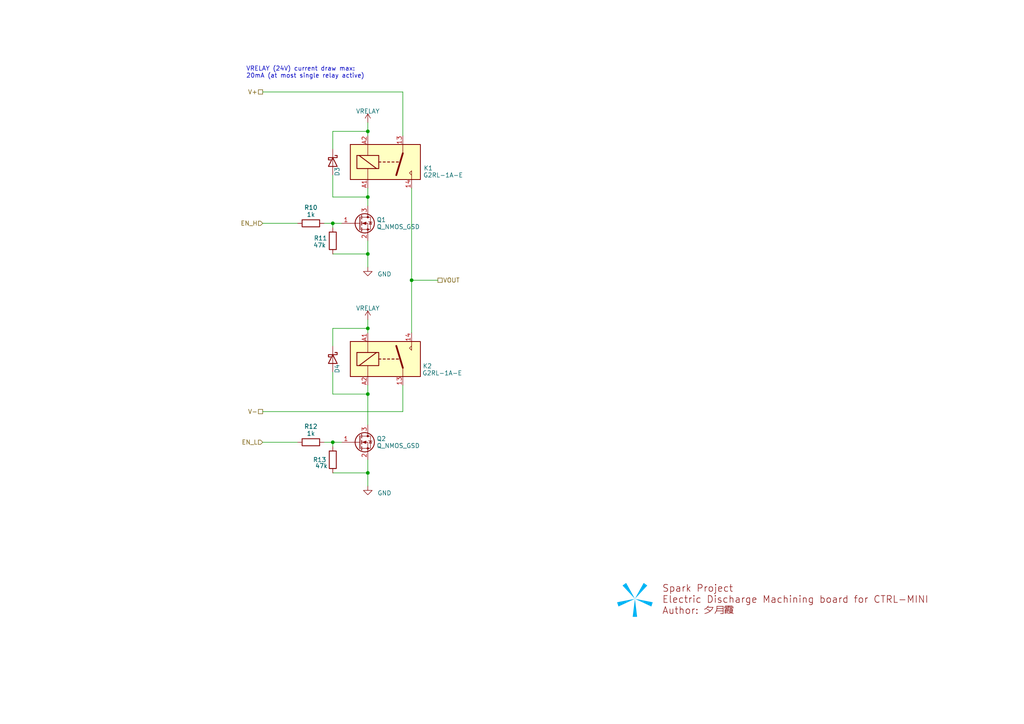
<source format=kicad_sch>
(kicad_sch (version 20231120) (generator "eeschema") (generator_version "8.0")
  (paper "A4")
  (lib_symbols
    (symbol "Device:D_Schottky" (pin_numbers hide) (pin_names (offset 1.016) hide)
      (property "Reference" "D" (at 0 2.54 0))
      (property "Value" "D_Schottky" (at 0 -2.54 0))
      (symbol "D_Schottky_0_1"
        (polyline (pts (xy 1.27 0) (xy -1.27 0)))
        (polyline (pts (xy 1.27 1.27) (xy 1.27 -1.27) (xy -1.27 0) (xy 1.27 1.27)) (stroke (width 0.254)))
        (polyline (pts (xy -1.905 0.635) (xy -1.905 1.27) (xy -1.27 1.27) (xy -1.27 -1.27) (xy -0.635 -1.27) (xy -0.635 -0.635)) (stroke (width 0.254)))
      )
      (symbol "D_Schottky_1_1"
        (pin passive line (at -3.81 0 0) (length 2.54) (name "K") (number "1"))
        (pin passive line (at 3.81 0 180) (length 2.54) (name "A") (number "2"))
      )
    )
    (symbol "Device:Q_NMOS_GSD" (pin_names (offset 0) hide)
      (property "Reference" "Q" (at 5.08 1.27 0))
      (property "Value" "Q_NMOS_GSD" (at 5.08 -1.27 0))
      (symbol "Q_NMOS_GSD_0_1"
        (polyline (pts (xy 0.254 0) (xy -2.54 0)))
        (polyline (pts (xy 0.254 1.905) (xy 0.254 -1.905)) (stroke (width 0.254)))
        (polyline (pts (xy 0.762 -1.27) (xy 0.762 -2.286)) (stroke (width 0.254)))
        (polyline (pts (xy 0.762 0.508) (xy 0.762 -0.508)) (stroke (width 0.254)))
        (polyline (pts (xy 0.762 2.286) (xy 0.762 1.27)) (stroke (width 0.254)))
        (polyline (pts (xy 2.54 2.54) (xy 2.54 1.778)))
        (polyline (pts (xy 2.54 -2.54) (xy 2.54 0) (xy 0.762 0)))
        (polyline (pts (xy 0.762 -1.778) (xy 3.302 -1.778) (xy 3.302 1.778) (xy 0.762 1.778)))
        (polyline (pts (xy 1.016 0) (xy 2.032 0.381) (xy 2.032 -0.381) (xy 1.016 0)) (fill (type outline)))
        (polyline (pts (xy 2.794 0.508) (xy 2.921 0.381) (xy 3.683 0.381) (xy 3.81 0.254)))
        (polyline (pts (xy 3.302 0.381) (xy 2.921 -0.254) (xy 3.683 -0.254) (xy 3.302 0.381)))
        (circle (center 1.651 0) (radius 2.794) (stroke (width 0.254)))
        (circle (center 2.54 -1.778) (radius 0.254) (fill (type outline)))
        (circle (center 2.54 1.778) (radius 0.254) (fill (type outline)))
      )
      (symbol "Q_NMOS_GSD_1_1"
        (pin input line (at -5.08 0 0) (length 2.54) (name "G") (number "1"))
        (pin passive line (at 2.54 -5.08 90) (length 2.54) (name "S") (number "2"))
        (pin passive line (at 2.54 5.08 270) (length 2.54) (name "D") (number "3"))
      )
    )
    (symbol "Device:R" (pin_numbers hide) (pin_names (offset 0))
      (property "Reference" "R" (at 2.032 0 90))
      (property "Value" "R" (at 0 0 90))
      (symbol "R_0_1"
        (rectangle (start -1.016 -2.54) (end 1.016 2.54) (stroke (width 0.254)))
      )
      (symbol "R_1_1"
        (pin passive line (at 0 3.81 270) (length 1.27) (name "~") (number "1"))
        (pin passive line (at 0 -3.81 90) (length 1.27) (name "~") (number "2"))
      )
    )
    (symbol "Relay:G2RL-1A-E"
      (property "Reference" "K" (at 11.43 3.81 0))
      (property "Value" "G2RL-1A-E" (at 11.43 1.27 0))
      (symbol "G2RL-1A-E_0_0"
        (polyline (pts (xy 7.62 5.08) (xy 7.62 2.54) (xy 6.985 3.175) (xy 7.62 3.81)))
      )
      (symbol "G2RL-1A-E_0_1"
        (rectangle (start -10.16 5.08) (end 10.16 -5.08) (stroke (width 0.254)) (fill (type background)))
        (rectangle (start -8.255 1.905) (end -1.905 -1.905) (stroke (width 0.254)))
        (polyline (pts (xy -7.62 -1.905) (xy -2.54 1.905)) (stroke (width 0.254)))
        (polyline (pts (xy -5.08 -5.08) (xy -5.08 -1.905)))
        (polyline (pts (xy -5.08 5.08) (xy -5.08 1.905)))
        (polyline (pts (xy -1.905 0) (xy -1.27 0)) (stroke (width 0.254)))
        (polyline (pts (xy -0.635 0) (xy 0 0)) (stroke (width 0.254)))
        (polyline (pts (xy 0.635 0) (xy 1.27 0)) (stroke (width 0.254)))
        (polyline (pts (xy 1.905 0) (xy 2.54 0)) (stroke (width 0.254)))
        (polyline (pts (xy 3.175 0) (xy 3.81 0)) (stroke (width 0.254)))
        (polyline (pts (xy 5.08 -2.54) (xy 3.175 3.81)) (stroke (width 0.508)))
        (polyline (pts (xy 5.08 -2.54) (xy 5.08 -5.08)))
      )
      (symbol "G2RL-1A-E_1_1"
        (pin passive line (at 5.08 -7.62 90) (length 2.54) (name "~") (number "13"))
        (pin passive line (at 7.62 7.62 270) (length 2.54) (name "~") (number "14"))
        (pin passive line (at -5.08 7.62 270) (length 2.54) (name "~") (number "A1"))
        (pin passive line (at -5.08 -7.62 90) (length 2.54) (name "~") (number "A2"))
      )
    )
    (symbol "power:GND" (power) (pin_numbers hide) (pin_names (offset 0) hide)
      (property "Value" "GND" (at 0 -3.81 0))
      (symbol "GND_0_1"
        (polyline (pts (xy 0 0) (xy 0 -1.27) (xy 1.27 -1.27) (xy 0 -2.54) (xy -1.27 -1.27) (xy 0 -1.27)))
      )
      (symbol "GND_1_1"
        (pin power_in line (at 0 0 270) (length 0) (name "~") (number "1"))
      )
    )
    (symbol "power:VDD" (power) (pin_numbers hide) (pin_names (offset 0) hide)
      (property "Value" "VDD" (at 0 3.556 0))
      (symbol "VDD_0_1"
        (polyline (pts (xy -0.762 1.27) (xy 0 2.54)))
        (polyline (pts (xy 0 0) (xy 0 2.54)))
        (polyline (pts (xy 0 2.54) (xy 0.762 1.27)))
      )
      (symbol "VDD_1_1"
        (pin power_in line (at 0 0 90) (length 0) (name "~") (number "1"))
      )
    )
  )
  (junction (at 106.68 114.3))
  (junction (at 106.68 95.25))
  (junction (at 106.68 57.15))
  (junction (at 106.68 73.66))
  (junction (at 96.52 128.27))
  (junction (at 106.68 38.1))
  (junction (at 96.52 64.77))
  (junction (at 106.68 137.16))
  (junction (at 119.38 81.28))
  (wire (pts (xy 76.2 26.67) (xy 116.84 26.67)))
  (wire (pts (xy 106.68 95.25) (xy 106.68 96.52)))
  (wire (pts (xy 106.68 73.66) (xy 106.68 69.85)))
  (wire (pts (xy 96.52 57.15) (xy 106.68 57.15)))
  (wire (pts (xy 96.52 50.8) (xy 96.52 57.15)))
  (wire (pts (xy 119.38 81.28) (xy 127 81.28)))
  (wire (pts (xy 96.52 128.27) (xy 99.06 128.27)))
  (wire (pts (xy 76.2 128.27) (xy 86.36 128.27)))
  (wire (pts (xy 106.68 111.76) (xy 106.68 114.3)))
  (wire (pts (xy 93.98 64.77) (xy 96.52 64.77)))
  (wire (pts (xy 96.52 100.33) (xy 96.52 95.25)))
  (wire (pts (xy 119.38 54.61) (xy 119.38 81.28)))
  (wire (pts (xy 106.68 137.16) (xy 106.68 140.97)))
  (wire (pts (xy 96.52 137.16) (xy 106.68 137.16)))
  (wire (pts (xy 96.52 128.27) (xy 96.52 129.54)))
  (wire (pts (xy 76.2 64.77) (xy 86.36 64.77)))
  (wire (pts (xy 119.38 81.28) (xy 119.38 96.52)))
  (wire (pts (xy 106.68 137.16) (xy 106.68 133.35)))
  (wire (pts (xy 96.52 38.1) (xy 106.68 38.1)))
  (wire (pts (xy 106.68 35.56) (xy 106.68 38.1)))
  (wire (pts (xy 106.68 114.3) (xy 106.68 123.19)))
  (wire (pts (xy 93.98 128.27) (xy 96.52 128.27)))
  (wire (pts (xy 96.52 43.18) (xy 96.52 38.1)))
  (wire (pts (xy 106.68 57.15) (xy 106.68 59.69)))
  (wire (pts (xy 106.68 73.66) (xy 106.68 77.47)))
  (wire (pts (xy 96.52 64.77) (xy 96.52 66.04)))
  (wire (pts (xy 96.52 114.3) (xy 106.68 114.3)))
  (wire (pts (xy 96.52 107.95) (xy 96.52 114.3)))
  (wire (pts (xy 116.84 26.67) (xy 116.84 39.37)))
  (wire (pts (xy 106.68 54.61) (xy 106.68 57.15)))
  (wire (pts (xy 96.52 64.77) (xy 99.06 64.77)))
  (wire (pts (xy 116.84 111.76) (xy 116.84 119.38)))
  (wire (pts (xy 96.52 73.66) (xy 106.68 73.66)))
  (wire (pts (xy 106.68 38.1) (xy 106.68 39.37)))
  (wire (pts (xy 76.2 119.38) (xy 116.84 119.38)))
  (wire (pts (xy 96.52 95.25) (xy 106.68 95.25)))
  (wire (pts (xy 106.68 92.71) (xy 106.68 95.25)))
  (image (at 184.15 173.99))
  (text "VRELAY (24V) current draw max:\n20mA (at most single relay active)" (at 71.374 21.082 0) (effects (font (size 1.27 1.27)) (justify left)))
  (text "Spark Project\nElectric Discharge Machining board for CTRL-MINI\nAuthor: 夕月霞" (exclude_from_sim yes) (at 192.024 169.672 0) (effects (font (size 2 2)) (justify left top)))
  (hierarchical_label "V-" (shape passive) (at 76.2 119.38 180))
  (hierarchical_label "VOUT" (shape passive) (at 127 81.28 0))
  (hierarchical_label "EN_L" (shape input) (at 76.2 128.27 180))
  (hierarchical_label "EN_H" (shape input) (at 76.2 64.77 180))
  (hierarchical_label "V+" (shape passive) (at 76.2 26.67 180))
  (symbol (lib_id "Device:R") (at 96.52 133.35 180) (unit 1)
    (property "Reference" "R13" (at 92.71 133.35 0))
    (property "Value" "47k" (at 93.218 135.128 0))
    (property "Footprint" "Resistor_SMD:R_0603_1608Metric" (effects (hide yes)))
    (property "Description" "Resistor" (effects (hide yes)))
    (property "LCSC" "C25819" (effects (hide yes)))
    (instances (project "CTRL-MINI-ED" (path "" (reference "R13") (unit 1)) (path "" (reference "R17") (unit 1)) (path "" (reference "R21") (unit 1))))
  )
  (symbol (lib_id "Device:D_Schottky") (at 96.52 104.14 270) (unit 1)
    (property "Reference" "D4" (at 97.79 106.934 0))
    (property "Value" "D_Schottky" (effects (hide yes)))
    (property "Footprint" "Diode_SMD:D_SOD-323" (effects (hide yes)))
    (property "Description" "Schottky diode" (effects (hide yes)))
    (property "LCSC" "C191023" (effects (hide yes)))
    (instances (project "CTRL-MINI-ED" (path "" (reference "D4") (unit 1)) (path "" (reference "D6") (unit 1)) (path "" (reference "D8") (unit 1))))
  )
  (symbol (lib_id "Relay:G2RL-1A-E") (at 111.76 104.14 0) (unit 1)
    (property "Reference" "K2" (at 123.952 106.172 0))
    (property "Value" "G2RL-1A-E" (at 128.27 108.204 0))
    (property "Footprint" "Relay_THT:Relay_SPST_Omron_G2RL-1A-E" (effects (hide yes)))
    (property "Datasheet" "https://omronfs.omron.com/en_US/ecb/products/pdf/en-g2rl.pdf" (effects (hide yes)))
    (property "Description" "General Purpose Low Profile Relay SPST Through Hole High Capacity, Omron G2RL series, Normally Open, 16A 250VAC" (effects (hide yes)))
    (property "LCSC" "C231362" (effects (hide yes)))
    (instances (project "CTRL-MINI-ED" (path "" (reference "K2") (unit 1)) (path "" (reference "K4") (unit 1)) (path "" (reference "K6") (unit 1))))
  )
  (symbol (lib_id "power:VDD") (at 106.68 35.56 0) (unit 1)
    (property "Reference" "#PWR019" (effects (hide yes)))
    (property "Value" "VRELAY" (at 106.68 32.258 0))
    (property "Description" "Power symbol creates a global label with name \"VDD\"" (effects (hide yes)))
    (instances (project "CTRL-MINI-ED" (path "" (reference "#PWR019") (unit 1)) (path "" (reference "#PWR023") (unit 1)) (path "" (reference "#PWR027") (unit 1))))
  )
  (symbol (lib_id "Device:R") (at 90.17 128.27 90) (unit 1)
    (property "Reference" "R12" (at 90.17 123.698 90))
    (property "Value" "1k" (at 90.17 125.73 90))
    (property "Footprint" "Resistor_SMD:R_0603_1608Metric" (effects (hide yes)))
    (property "Description" "Resistor" (effects (hide yes)))
    (property "LCSC" "C21190" (effects (hide yes)))
    (instances (project "CTRL-MINI-ED" (path "" (reference "R12") (unit 1)) (path "" (reference "R16") (unit 1)) (path "" (reference "R20") (unit 1))))
  )
  (symbol (lib_id "Relay:G2RL-1A-E") (at 111.76 46.99 0) (mirror x) (unit 1)
    (property "Reference" "K1" (at 124.206 48.768 0))
    (property "Value" "G2RL-1A-E" (at 128.524 50.8 0))
    (property "Footprint" "Relay_THT:Relay_SPST_Omron_G2RL-1A-E" (effects (hide yes)))
    (property "Datasheet" "https://omronfs.omron.com/en_US/ecb/products/pdf/en-g2rl.pdf" (effects (hide yes)))
    (property "Description" "General Purpose Low Profile Relay SPST Through Hole High Capacity, Omron G2RL series, Normally Open, 16A 250VAC" (effects (hide yes)))
    (property "LCSC" "C231362" (effects (hide yes)))
    (instances (project "CTRL-MINI-ED" (path "" (reference "K1") (unit 1)) (path "" (reference "K3") (unit 1)) (path "" (reference "K5") (unit 1))))
  )
  (symbol (lib_id "Device:R") (at 96.52 69.85 180) (unit 1)
    (property "Reference" "R11" (at 92.964 69.088 0))
    (property "Value" "47k" (at 92.71 71.12 0))
    (property "Footprint" "Resistor_SMD:R_0603_1608Metric" (effects (hide yes)))
    (property "Description" "Resistor" (effects (hide yes)))
    (property "LCSC" "C25819" (effects (hide yes)))
    (instances (project "CTRL-MINI-ED" (path "" (reference "R11") (unit 1)) (path "" (reference "R15") (unit 1)) (path "" (reference "R19") (unit 1))))
  )
  (symbol (lib_id "Device:Q_NMOS_GSD") (at 104.14 64.77 0) (unit 1)
    (property "Reference" "Q1" (at 109.22 63.754 0) (effects (justify left)))
    (property "Value" "Q_NMOS_GSD" (at 109.22 65.786 0) (effects (justify left)))
    (property "Footprint" "Package_TO_SOT_SMD:SOT-23" (effects (hide yes)))
    (property "Description" "N-MOSFET transistor, gate/source/drain" (effects (hide yes)))
    (property "LCSC" "C56372" (effects (hide yes)))
    (instances (project "CTRL-MINI-ED" (path "" (reference "Q1") (unit 1)) (path "" (reference "Q3") (unit 1)) (path "" (reference "Q5") (unit 1))))
  )
  (symbol (lib_id "power:GND") (at 106.68 77.47 0) (unit 1)
    (property "Reference" "#PWR020" (effects (hide yes)))
    (property "Value" "GND" (at 111.506 79.502 0))
    (property "Description" "Power symbol creates a global label with name \"GND\" , ground" (effects (hide yes)))
    (instances (project "CTRL-MINI-ED" (path "" (reference "#PWR020") (unit 1)) (path "" (reference "#PWR024") (unit 1)) (path "" (reference "#PWR028") (unit 1))))
  )
  (symbol (lib_id "power:VDD") (at 106.68 92.71 0) (unit 1)
    (property "Reference" "#PWR021" (effects (hide yes)))
    (property "Value" "VRELAY" (at 106.68 89.408 0))
    (property "Description" "Power symbol creates a global label with name \"VDD\"" (effects (hide yes)))
    (instances (project "CTRL-MINI-ED" (path "" (reference "#PWR021") (unit 1)) (path "" (reference "#PWR025") (unit 1)) (path "" (reference "#PWR029") (unit 1))))
  )
  (symbol (lib_id "Device:Q_NMOS_GSD") (at 104.14 128.27 0) (unit 1)
    (property "Reference" "Q2" (at 109.22 127.254 0) (effects (justify left)))
    (property "Value" "Q_NMOS_GSD" (at 109.22 129.286 0) (effects (justify left)))
    (property "Footprint" "Package_TO_SOT_SMD:SOT-23" (effects (hide yes)))
    (property "Description" "N-MOSFET transistor, gate/source/drain" (effects (hide yes)))
    (property "LCSC" "C56372" (effects (hide yes)))
    (instances (project "CTRL-MINI-ED" (path "" (reference "Q2") (unit 1)) (path "" (reference "Q4") (unit 1)) (path "" (reference "Q6") (unit 1))))
  )
  (symbol (lib_id "power:GND") (at 106.68 140.97 0) (unit 1)
    (property "Reference" "#PWR022" (effects (hide yes)))
    (property "Value" "GND" (at 111.506 143.002 0))
    (property "Description" "Power symbol creates a global label with name \"GND\" , ground" (effects (hide yes)))
    (instances (project "CTRL-MINI-ED" (path "" (reference "#PWR022") (unit 1)) (path "" (reference "#PWR026") (unit 1)) (path "" (reference "#PWR030") (unit 1))))
  )
  (symbol (lib_id "Device:R") (at 90.17 64.77 90) (unit 1)
    (property "Reference" "R10" (at 90.17 60.198 90))
    (property "Value" "1k" (at 90.17 62.23 90))
    (property "Footprint" "Resistor_SMD:R_0603_1608Metric" (effects (hide yes)))
    (property "Description" "Resistor" (effects (hide yes)))
    (property "LCSC" "C21190" (effects (hide yes)))
    (instances (project "CTRL-MINI-ED" (path "" (reference "R10") (unit 1)) (path "" (reference "R14") (unit 1)) (path "" (reference "R18") (unit 1))))
  )
  (symbol (lib_id "Device:D_Schottky") (at 96.52 46.99 270) (unit 1)
    (property "Reference" "D3" (at 97.79 49.784 0))
    (property "Value" "D_Schottky" (effects (hide yes)))
    (property "Footprint" "Diode_SMD:D_SOD-323" (effects (hide yes)))
    (property "Description" "Schottky diode" (effects (hide yes)))
    (property "LCSC" "C191023" (effects (hide yes)))
    (instances (project "CTRL-MINI-ED" (path "" (reference "D3") (unit 1)) (path "" (reference "D5") (unit 1)) (path "" (reference "D7") (unit 1))))
  )
)
</source>
